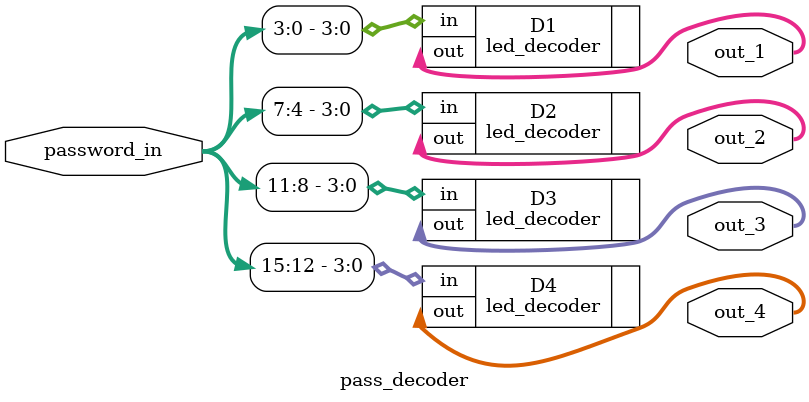
<source format=v>
`timescale 1ns / 1ps


module pass_decoder( password_in, out_1, out_2, out_3, out_4

    );
    input [15:0] password_in;
    
    output [3:0] out_1;
    output [3:0] out_2;
    output [3:0] out_3;
    output [3:0] out_4;
    
    led_decoder D1 ( .in(password_in[3:0]), .out(out_1));
    led_decoder D2 ( .in(password_in[7:4]), .out(out_2)); 
    led_decoder D3 ( .in(password_in[11:8]), .out(out_3)); 
    led_decoder D4 ( .in(password_in[15:12]), .out(out_4));     
endmodule

</source>
